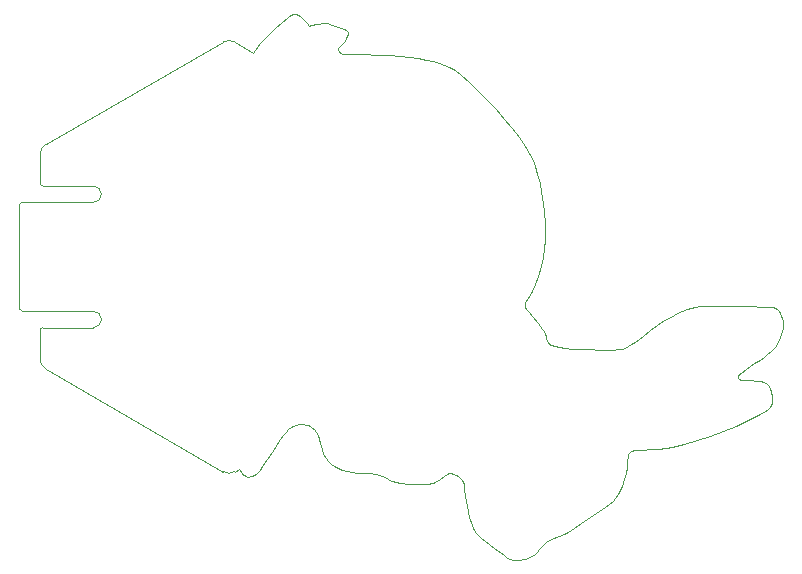
<source format=gm1>
G04 #@! TF.GenerationSoftware,KiCad,Pcbnew,8.0.1*
G04 #@! TF.CreationDate,2024-04-20T17:21:35+01:00*
G04 #@! TF.ProjectId,rabbit,72616262-6974-42e6-9b69-6361645f7063,rev?*
G04 #@! TF.SameCoordinates,Original*
G04 #@! TF.FileFunction,Profile,NP*
%FSLAX46Y46*%
G04 Gerber Fmt 4.6, Leading zero omitted, Abs format (unit mm)*
G04 Created by KiCad (PCBNEW 8.0.1) date 2024-04-20 17:21:35*
%MOMM*%
%LPD*%
G01*
G04 APERTURE LIST*
G04 #@! TA.AperFunction,Profile*
%ADD10C,0.050000*%
G04 #@! TD*
G04 #@! TA.AperFunction,Profile*
%ADD11C,0.100000*%
G04 #@! TD*
G04 APERTURE END LIST*
D10*
X127879199Y-118337270D02*
X127305319Y-118304915D01*
X159626540Y-110432676D02*
X160067598Y-110457177D01*
X142963659Y-107237193D02*
X143087790Y-107357556D01*
X162230979Y-104337384D02*
X162399292Y-104442843D01*
X161983506Y-112013184D02*
X161987947Y-112225310D01*
X154805664Y-104395559D02*
X155096690Y-104317874D01*
X149068492Y-119784568D02*
X148901186Y-120121000D01*
X121011811Y-114597629D02*
X120798092Y-114805020D01*
X141016263Y-90588866D02*
X141418475Y-91236629D01*
X123847859Y-116300688D02*
X123714703Y-115780521D01*
X161023658Y-110537465D02*
X161223868Y-110592555D01*
X122092070Y-114176238D02*
X121891529Y-114198674D01*
X153907676Y-104780702D02*
X154379093Y-104558832D01*
X135732303Y-118902393D02*
X135584797Y-118729874D01*
X159642572Y-104165572D02*
X161635984Y-104228716D01*
X142750601Y-97840015D02*
X142733703Y-98611900D01*
X134756650Y-118329910D02*
X134589206Y-118342053D01*
X132671806Y-83329969D02*
X133253916Y-83461352D01*
X162667997Y-104765299D02*
X162765389Y-104974360D01*
X125215834Y-117895365D02*
X124889801Y-117725763D01*
X120876982Y-79751979D02*
X121068803Y-79618282D01*
X148900580Y-107849260D02*
X149241306Y-107785359D01*
X120303012Y-115447612D02*
X119624598Y-116495528D01*
X125371031Y-82190226D02*
X125259051Y-82363164D01*
X125235981Y-82497864D02*
X125291177Y-82618575D01*
X100500000Y-90473725D02*
X115499995Y-81813472D01*
X159934332Y-113853800D02*
X158936680Y-114310834D01*
X125843293Y-82851637D02*
X127344317Y-82866370D01*
X121441466Y-114334475D02*
X121221612Y-114445860D01*
X156744431Y-115172840D02*
X155624278Y-115548540D01*
X149241306Y-107785359D02*
X149540102Y-107699280D01*
X142156268Y-101599761D02*
X141905183Y-102299394D01*
X135829405Y-119076484D02*
X135732303Y-118902393D01*
X142267946Y-124773647D02*
X142108021Y-124965233D01*
X134199467Y-118532560D02*
X133847735Y-118774285D01*
X126032316Y-81011834D02*
X126043846Y-81165465D01*
X159753716Y-109477608D02*
X159312142Y-109819454D01*
X144345879Y-123479427D02*
X143904017Y-123663748D01*
X160816707Y-113398927D02*
X159934332Y-113853800D01*
D11*
X100250000Y-94000000D02*
G75*
G02*
X100000000Y-93750000I0J250000D01*
G01*
D10*
X127305319Y-118304915D02*
X126843599Y-118287355D01*
X121240262Y-79524010D02*
X121397554Y-79469384D01*
X161774586Y-111106847D02*
X161889305Y-111492238D01*
X140068704Y-125661211D02*
X139815568Y-125601038D01*
X148513565Y-107891311D02*
X148900580Y-107849260D01*
X149445515Y-118799817D02*
X149234558Y-119383917D01*
X142888701Y-107089752D02*
X142963659Y-107237193D01*
X157807611Y-104143369D02*
X159642572Y-104165572D01*
X116499995Y-81813472D02*
X118047592Y-82706977D01*
X118410661Y-118253755D02*
X118252167Y-118392936D01*
X151662856Y-106197773D02*
X152269002Y-105769705D01*
X152269002Y-105769705D02*
X152848164Y-105388957D01*
X135181956Y-118435419D02*
X134967682Y-118356907D01*
X125756481Y-80738031D02*
X125899878Y-80814843D01*
X162767768Y-106563689D02*
X162681316Y-106810445D01*
X136283677Y-85185747D02*
X137071755Y-85934839D01*
X125582568Y-81954799D02*
X125371031Y-82190226D01*
X133284359Y-119118696D02*
X133121179Y-119178274D01*
X121397554Y-79469384D02*
X121546880Y-79454623D01*
X136904621Y-123374777D02*
X136757640Y-123155818D01*
X133450584Y-119034205D02*
X133284359Y-119118696D01*
X125596171Y-82829345D02*
X125843293Y-82851637D01*
X146415489Y-107847642D02*
X147583245Y-107911190D01*
X130119264Y-119045179D02*
X129813038Y-118963302D01*
X129813038Y-118963302D02*
X129551094Y-118868736D01*
X141617315Y-102917980D02*
X141285904Y-103472056D01*
X123714703Y-115780521D02*
X123610902Y-115387702D01*
X116499995Y-118186522D02*
X116864385Y-117976142D01*
X144943288Y-123159409D02*
X144674398Y-123320906D01*
X128928288Y-118573361D02*
X128431421Y-118429280D01*
X136006212Y-120239301D02*
X135918920Y-119542538D01*
X121068803Y-79618282D02*
X121240262Y-79524010D01*
X116499995Y-118186522D02*
G75*
G02*
X115499995Y-118186522I-500000J866022D01*
G01*
X140369354Y-125676865D02*
X140068704Y-125661211D01*
X130467098Y-119113916D02*
X130119264Y-119045179D01*
X118252167Y-118392936D02*
X118112001Y-118489641D01*
X161580692Y-108249450D02*
X161305862Y-108473622D01*
X121694437Y-79479950D02*
X121846424Y-79545583D01*
X117068539Y-118333948D02*
X116975707Y-118208881D01*
X149805664Y-116698920D02*
X149769387Y-116853339D01*
X127344317Y-82866370D02*
X128730251Y-82882653D01*
X148199557Y-120943415D02*
X147835025Y-121221405D01*
X141285904Y-103472056D02*
X141078477Y-103810041D01*
X117806319Y-118601897D02*
X117669786Y-118619378D01*
X132221024Y-119248447D02*
X131276892Y-119210168D01*
X136546041Y-122676323D02*
X136357994Y-121997191D01*
X142817507Y-106718291D02*
X142851382Y-106899718D01*
X141407185Y-125446680D02*
X141151839Y-125551702D01*
X137071755Y-85934839D02*
X137843172Y-86715516D01*
X162878748Y-105468303D02*
X162891715Y-105745249D01*
X149928487Y-116499703D02*
X149857525Y-116582944D01*
X129551094Y-118868736D02*
X129336107Y-118761932D01*
X162873539Y-106036886D02*
X162831383Y-106306716D01*
X142559932Y-99991076D02*
X142377333Y-100802544D01*
X143272631Y-107466358D02*
X143581698Y-107586697D01*
X118185845Y-82495481D02*
X118648263Y-81868264D01*
X100500000Y-109526269D02*
X115499995Y-118186522D01*
X142851382Y-106899718D02*
X142888701Y-107089752D01*
X148485944Y-120680580D02*
X148199557Y-120943415D01*
X144674398Y-123320906D02*
X144345879Y-123479427D01*
X161819537Y-112715812D02*
X161699744Y-112843887D01*
X125259051Y-82363164D02*
X125235981Y-82497864D01*
X139815568Y-125601038D02*
X139568304Y-125481383D01*
X149729511Y-117300326D02*
X149685266Y-117790544D01*
X152848164Y-105388957D02*
X153395877Y-105058350D01*
X156436822Y-104172064D02*
X157807611Y-104143369D01*
X149801324Y-107590690D02*
X150065594Y-107426107D01*
X133847735Y-118774285D02*
X133450584Y-119034205D01*
X123489015Y-115070522D02*
X123342654Y-114815347D01*
X155903453Y-104206546D02*
X156436822Y-104172064D01*
X137092452Y-123593985D02*
X136904621Y-123374777D01*
X123342654Y-114815347D02*
X123165431Y-114608546D01*
X141039079Y-104027716D02*
X141064730Y-104231744D01*
X139938459Y-89114618D02*
X140518372Y-89875772D01*
X159180988Y-109956453D02*
X159105619Y-110074493D01*
X126398564Y-118235853D02*
X125975442Y-118152177D01*
X142170266Y-105602814D02*
X142525028Y-106091138D01*
X142541032Y-124429081D02*
X142267946Y-124773647D01*
X141686999Y-105057231D02*
X142170266Y-105602814D01*
X122188480Y-79798655D02*
X122582003Y-80205140D01*
X160956221Y-108713584D02*
X160454162Y-109027015D01*
X124724825Y-80341175D02*
X125204729Y-80507885D01*
X162025189Y-104271844D02*
X162230979Y-104337384D01*
X141711348Y-91801789D02*
X141909360Y-92322435D01*
X157860973Y-114755393D02*
X156744431Y-115172840D01*
X125793380Y-81718879D02*
X125582568Y-81954799D01*
X141078477Y-103810041D02*
X141046140Y-103915084D01*
X151034193Y-106670343D02*
X151662856Y-106197773D01*
X126017514Y-81335340D02*
X125936194Y-81516102D01*
X100000000Y-93750000D02*
X100000000Y-91339750D01*
X141673397Y-125305068D02*
X141407185Y-125446680D01*
X117536560Y-118610749D02*
X117408232Y-118576950D01*
X154379093Y-104558832D02*
X154805664Y-104395559D01*
X138453194Y-124684923D02*
X137630846Y-124075472D01*
X122475409Y-114212553D02*
X122286765Y-114180881D01*
X141064730Y-104231744D02*
X141161476Y-104439891D01*
X162271173Y-107515817D02*
X161858316Y-107983389D01*
X132018331Y-83210801D02*
X132671806Y-83329969D01*
X117286392Y-118518924D02*
X117172630Y-118437610D01*
X142846747Y-124168584D02*
X142684374Y-124292012D01*
X161644959Y-110854826D02*
X161774586Y-111106847D01*
X142654403Y-106314117D02*
X142751871Y-106523129D01*
X132748375Y-119238889D02*
X132221024Y-119248447D01*
X135089370Y-84212561D02*
X135632997Y-84619897D01*
X161987947Y-112225310D02*
X161962714Y-112410483D01*
X149685266Y-117790544D02*
X149593176Y-118279533D01*
X137331178Y-123824023D02*
X137092452Y-123593985D01*
X118818746Y-117748275D02*
X118589158Y-118059408D01*
X162891715Y-105745249D02*
X162873539Y-106036886D01*
X129579328Y-82916372D02*
X131288452Y-83102827D01*
X160454162Y-109027015D02*
X159753716Y-109477608D01*
X161223868Y-110592555D02*
X161471146Y-110696590D01*
X100000000Y-91339750D02*
G75*
G02*
X100500021Y-90473762I1000000J-50D01*
G01*
X139568304Y-125481383D02*
X139285275Y-125287285D01*
X128730251Y-82882653D02*
X129579328Y-82916372D01*
X132947149Y-119216988D02*
X132748375Y-119238889D01*
X158936680Y-114310834D02*
X157860973Y-114755393D01*
X100000000Y-106250000D02*
X100000000Y-108660243D01*
X162836139Y-105210017D02*
X162878748Y-105468303D01*
X121846424Y-79545583D02*
X122009039Y-79651745D01*
X125579456Y-118038092D02*
X125215834Y-117895365D01*
X161635984Y-104228716D02*
X162025189Y-104271844D01*
X135390614Y-118561168D02*
X135181956Y-118435419D01*
X117970079Y-118555438D02*
X117806319Y-118601897D01*
X135918920Y-119542538D02*
X135887733Y-119280435D01*
X145206262Y-122966165D02*
X144943288Y-123159409D01*
X141161476Y-104439891D02*
X141359003Y-104699329D01*
X124004125Y-80205224D02*
X124322659Y-80239690D01*
X134425051Y-118399043D02*
X134199467Y-118532560D01*
X124889801Y-117725763D02*
X124606583Y-117531054D01*
X129336107Y-118761932D02*
X128928288Y-118573361D01*
X120798092Y-114805020D02*
X120566483Y-115083269D01*
X141151839Y-125551702D02*
X140904532Y-125622683D01*
X142452148Y-94548256D02*
X142587389Y-95425154D01*
X134622449Y-83939009D02*
X135089370Y-84212561D01*
X147583245Y-107911190D02*
X148075906Y-107911844D01*
X142733503Y-97036714D02*
X142750601Y-97840015D01*
X123484373Y-80271904D02*
X124004125Y-80205224D01*
X148713411Y-120413056D02*
X148485944Y-120680580D01*
X139285275Y-125287285D02*
X138453194Y-124684923D01*
X162831383Y-106306716D02*
X162767768Y-106563689D01*
X140649094Y-125663208D02*
X140369354Y-125676865D01*
X162765389Y-104974360D02*
X162836139Y-105210017D01*
X162434396Y-107283868D02*
X162271173Y-107515817D01*
X118112001Y-118489641D02*
X117970079Y-118555438D01*
X118589158Y-118059408D02*
X118410661Y-118253755D01*
X125988075Y-80900536D02*
X126032316Y-81011834D01*
X153522023Y-116116154D02*
X152959997Y-116212048D01*
D11*
X100000000Y-106250000D02*
G75*
G02*
X100250000Y-106000000I250000J0D01*
G01*
D10*
X120001391Y-80510284D02*
X120876982Y-79751979D01*
X159105619Y-110074493D02*
X159083057Y-110176316D01*
X121685345Y-114248238D02*
X121441466Y-114334475D01*
X124606583Y-117531054D02*
X124371406Y-117313003D01*
X161889305Y-111492238D02*
X161950318Y-111770147D01*
X145123178Y-107775769D02*
X146415489Y-107847642D01*
X150065594Y-107426107D02*
X150387479Y-107184595D01*
X137843172Y-86715516D02*
X138587201Y-87517219D01*
X150291163Y-116389332D02*
X150141788Y-116408603D01*
X134224199Y-83764850D02*
X134622449Y-83939009D01*
X140904532Y-125622683D02*
X140649094Y-125663208D01*
X136165310Y-121121184D02*
X136006212Y-120239301D01*
X149857525Y-116582944D02*
X149805664Y-116698920D01*
X142108021Y-124965233D02*
X141908423Y-125143479D01*
X142525028Y-106091138D02*
X142654403Y-106314117D01*
X122794749Y-80452325D02*
X122940154Y-80401984D01*
X161699744Y-112843887D02*
X161546582Y-112960850D01*
X149769387Y-116853339D02*
X149729511Y-117300326D01*
X142110091Y-92995475D02*
X142296650Y-93758288D01*
X142751871Y-106523129D02*
X142817507Y-106718291D01*
X133769701Y-83605972D02*
X134224199Y-83764850D01*
X160067598Y-110457177D02*
X160816031Y-110502606D01*
X139290182Y-88322677D02*
X139938459Y-89114618D01*
X162570651Y-107049624D02*
X162434396Y-107283868D01*
X141418475Y-91236629D02*
X141711348Y-91801789D01*
X153395877Y-105058350D02*
X153907676Y-104780702D01*
X162399292Y-104442843D02*
X162545464Y-104586804D01*
X155096690Y-104317874D02*
X155459681Y-104255009D01*
X148901186Y-120121000D02*
X148713411Y-120413056D01*
X161565406Y-110766459D02*
X161644959Y-110854826D01*
X125204729Y-80507885D02*
X125756481Y-80738031D01*
X159083057Y-110176316D02*
X159110325Y-110264665D01*
X118648263Y-81868264D02*
X119091240Y-81356975D01*
X123003015Y-114469251D02*
X122833737Y-114356788D01*
X100500000Y-109526268D02*
G75*
G02*
X99999963Y-108660243I500000J866068D01*
G01*
X161906886Y-112572664D02*
X161819537Y-112715812D01*
X122940154Y-80401984D02*
X123484373Y-80271904D01*
X126843599Y-118287355D02*
X126398564Y-118235853D01*
X161950318Y-111770147D02*
X161983506Y-112013184D01*
X142733703Y-98611900D02*
X142674434Y-99294891D01*
X117669786Y-118619378D02*
X117536560Y-118610749D01*
X154537734Y-115867857D02*
X153522023Y-116116154D01*
X160816031Y-110502606D02*
X161023658Y-110537465D01*
X142296650Y-93758288D02*
X142452148Y-94548256D01*
X116975707Y-118208881D02*
X116895727Y-118063348D01*
X117408232Y-118576950D02*
X117286392Y-118518924D01*
X162681316Y-106810445D02*
X162570651Y-107049624D01*
X159110325Y-110264665D02*
X159193069Y-110345502D01*
X133121179Y-119178274D02*
X132947149Y-119216988D01*
X142684374Y-124292012D02*
X142541032Y-124429081D01*
X137630846Y-124075472D02*
X137331178Y-123824023D01*
X140518372Y-89875772D02*
X141016263Y-90588866D01*
X135887733Y-119280435D02*
X135829405Y-119076484D01*
X150387479Y-107184595D02*
X151034193Y-106670343D01*
X141909360Y-92322435D02*
X142110091Y-92995475D01*
X136641462Y-122926526D02*
X136546041Y-122676323D01*
X122582003Y-80205140D02*
X122794749Y-80452325D01*
X121891529Y-114198674D02*
X121685345Y-114248238D01*
X135584797Y-118729874D02*
X135390614Y-118561168D01*
X141905183Y-102299394D02*
X141617315Y-102917980D01*
X119624598Y-116495528D02*
X118818746Y-117748275D01*
X125291177Y-82618575D02*
X125379038Y-82708973D01*
X121546880Y-79454623D02*
X121694437Y-79479950D01*
X136757640Y-123155818D02*
X136641462Y-122926526D01*
X149593176Y-118279533D02*
X149445515Y-118799817D01*
X124371406Y-117313003D02*
X124166329Y-117043868D01*
X122833737Y-114356788D02*
X122657801Y-114271205D01*
X150141788Y-116408603D02*
X150022069Y-116443492D01*
X146794625Y-121902220D02*
X145786402Y-122546220D01*
X115499995Y-81813472D02*
G75*
G02*
X116499995Y-81813472I500000J-866022D01*
G01*
X125487857Y-82788891D02*
X125596171Y-82829345D01*
X124166329Y-117043868D02*
X123995108Y-116714117D01*
X161858316Y-107983389D02*
X161580692Y-108249450D01*
X142377333Y-100802544D02*
X142156268Y-101599761D01*
X135632997Y-84619897D02*
X136283677Y-85185747D01*
X136357994Y-121997191D02*
X136165310Y-121121184D01*
X147835025Y-121221405D02*
X146794625Y-121902220D01*
X148075906Y-107911844D02*
X148513565Y-107891311D01*
X118047592Y-82706977D02*
X118185845Y-82495481D01*
X116895727Y-118063348D02*
X116864385Y-117976142D01*
X149540102Y-107699280D02*
X149801324Y-107590690D01*
X122286765Y-114180881D02*
X122092070Y-114176238D01*
X152275589Y-116260339D02*
X150291163Y-116389332D01*
X143581698Y-107586697D02*
X143970833Y-107674648D01*
X119091240Y-81356975D02*
X120001391Y-80510284D01*
X144473504Y-107735807D02*
X145123178Y-107775769D01*
X142674434Y-99294891D02*
X142559932Y-99991076D01*
X142587389Y-95425154D02*
X142680136Y-96243200D01*
X143970833Y-107674648D02*
X144473504Y-107735807D01*
X126043846Y-81165465D02*
X126017514Y-81335340D01*
X122009039Y-79651745D02*
X122188480Y-79798655D01*
X122657801Y-114271205D02*
X122475409Y-114212553D01*
X134967682Y-118356907D02*
X134756650Y-118329910D01*
X134589206Y-118342053D02*
X134425051Y-118399043D01*
X141359003Y-104699329D02*
X141686999Y-105057231D01*
X123610902Y-115387702D02*
X123489015Y-115070522D01*
X159312142Y-109819454D02*
X159180988Y-109956453D01*
X121221612Y-114445860D02*
X121011811Y-114597629D01*
X161546582Y-112960850D02*
X160816707Y-113398927D01*
X123995108Y-116714117D02*
X123847859Y-116300688D01*
X124322659Y-80239690D02*
X124724825Y-80341175D01*
X141046140Y-103915084D02*
X141039079Y-104027716D01*
X133253916Y-83461352D02*
X133769701Y-83605972D01*
X125899878Y-80814843D02*
X125988075Y-80900536D01*
X161305862Y-108473622D02*
X160956221Y-108713584D01*
X125379038Y-82708973D02*
X125487857Y-82788891D01*
X155624278Y-115548540D02*
X154537734Y-115867857D01*
X142680136Y-96243200D02*
X142733503Y-97036714D01*
X138587201Y-87517219D02*
X139290182Y-88322677D01*
X131288452Y-83102827D02*
X132018331Y-83210801D01*
X141908423Y-125143479D02*
X141673397Y-125305068D01*
X125936194Y-81516102D02*
X125793380Y-81718879D01*
X162545464Y-104586804D02*
X162667997Y-104765299D01*
X149234558Y-119383917D02*
X149068492Y-119784568D01*
X152959997Y-116212048D02*
X152275589Y-116260339D01*
X131276892Y-119210168D02*
X130467098Y-119113916D01*
X125975442Y-118152177D02*
X125579456Y-118038092D01*
X143087790Y-107357556D02*
X143272631Y-107466358D01*
X159350085Y-110398479D02*
X159626540Y-110432676D01*
X117172630Y-118437610D02*
X117068539Y-118333948D01*
X143904017Y-123663748D02*
X143272080Y-123933143D01*
X120566483Y-115083269D02*
X120303012Y-115447612D01*
X143272080Y-123933143D02*
X142846747Y-124168584D01*
X128431421Y-118429280D02*
X127879199Y-118337270D01*
X145786402Y-122546220D02*
X145206262Y-122966165D01*
X123165431Y-114608546D02*
X123003015Y-114469251D01*
X155459681Y-104255009D02*
X155903453Y-104206546D01*
X161962714Y-112410483D02*
X161906886Y-112572664D01*
X159193069Y-110345502D02*
X159350085Y-110398479D01*
X150022069Y-116443492D02*
X149928487Y-116499703D01*
X161471146Y-110696590D02*
X161565406Y-110766459D01*
X98250000Y-104400000D02*
X98250000Y-95600000D01*
X104500000Y-94000000D02*
X100250000Y-94000000D01*
X104500000Y-95400000D02*
X98450000Y-95400000D01*
X104500000Y-104600000D02*
X98450000Y-104600000D01*
X104500000Y-106000000D02*
X100250000Y-106000000D01*
X98250000Y-95600000D02*
G75*
G02*
X98450000Y-95400000I200000J0D01*
G01*
X98450000Y-104600000D02*
G75*
G02*
X98250000Y-104400000I0J200000D01*
G01*
X104500000Y-94000000D02*
G75*
G02*
X105200000Y-94700000I0J-700000D01*
G01*
X104500000Y-104600000D02*
G75*
G02*
X105200000Y-105300000I0J-700000D01*
G01*
X105200000Y-94700000D02*
G75*
G02*
X104500000Y-95400000I-700000J0D01*
G01*
X105200000Y-105300000D02*
G75*
G02*
X104500000Y-106000000I-700000J0D01*
G01*
M02*

</source>
